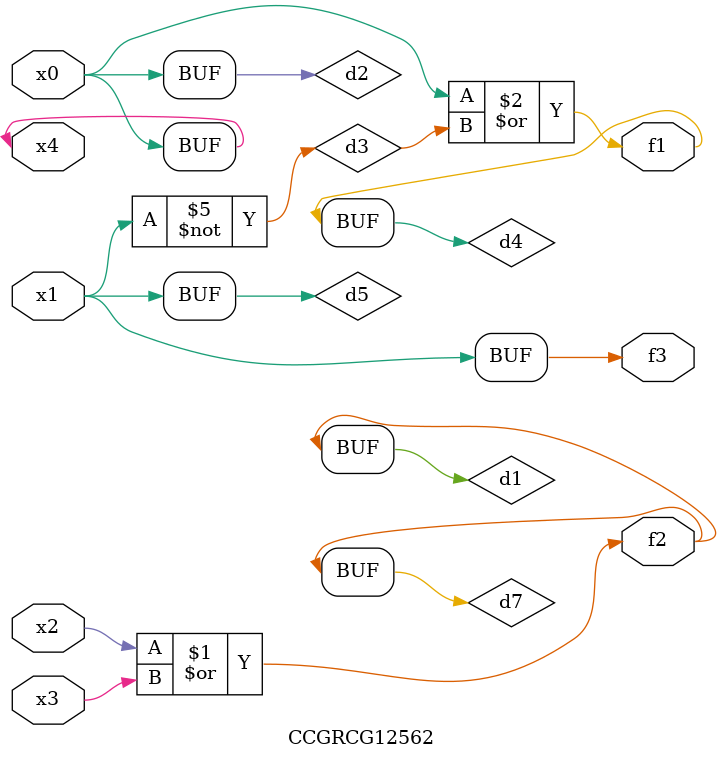
<source format=v>
module CCGRCG12562(
	input x0, x1, x2, x3, x4,
	output f1, f2, f3
);

	wire d1, d2, d3, d4, d5, d6, d7;

	or (d1, x2, x3);
	buf (d2, x0, x4);
	not (d3, x1);
	or (d4, d2, d3);
	not (d5, d3);
	nand (d6, d1, d3);
	or (d7, d1);
	assign f1 = d4;
	assign f2 = d7;
	assign f3 = d5;
endmodule

</source>
